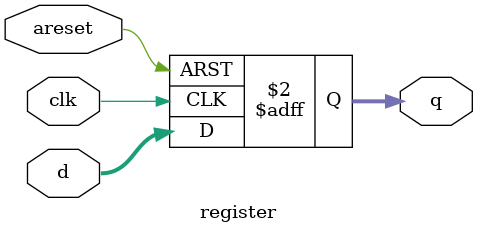
<source format=v>
`timescale 1ns / 1ps


module register(
    input [7:0] d,
    input clk,
    input areset,
    output reg [7:0] q
    );
    
    always @(posedge clk, posedge areset) begin
        if (areset)
            q <= 8'd0;
        else
            q <= d;
    end
endmodule

</source>
